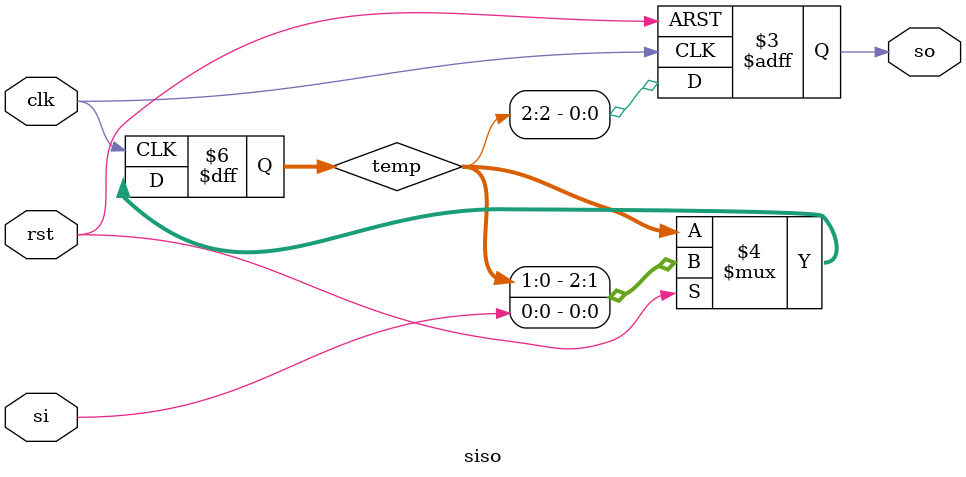
<source format=v>
module siso(si,so,clk,rst);
input si,clk,rst;
output reg so;

reg [2:0]temp;

always @ (posedge clk or negedge rst)
begin
    if (rst==0)
        so=0;
    else
    begin
        temp[0]<=si;
        temp[1]<=temp[0];
        temp[2]<=temp[1];
        so<=temp[2];
    end
end
endmodule
</source>
